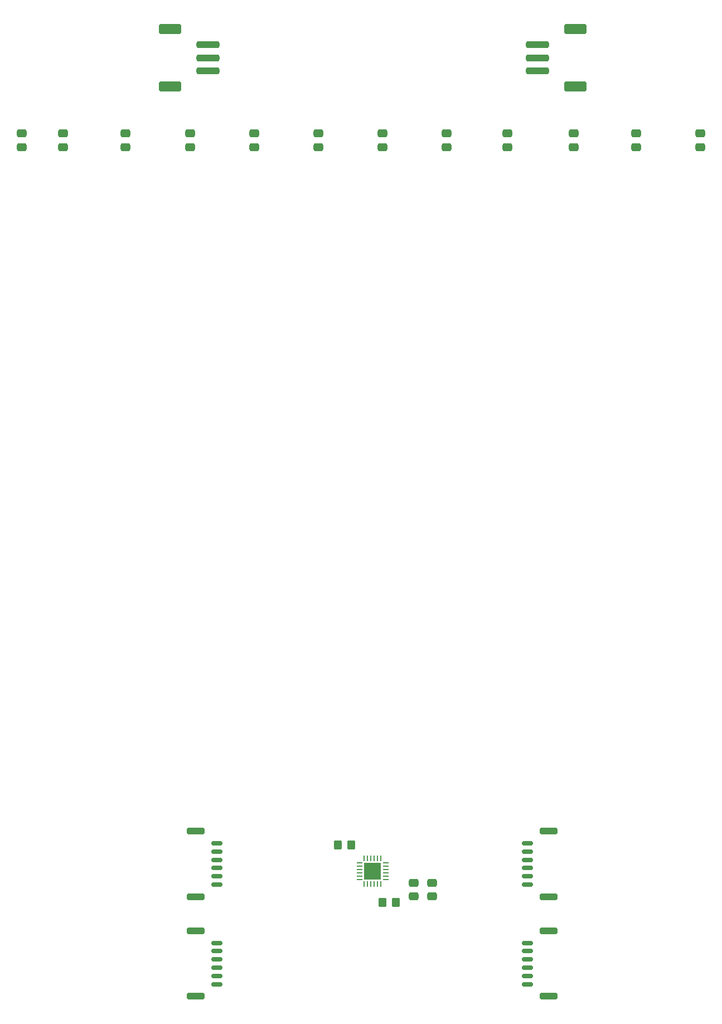
<source format=gbp>
G04 #@! TF.GenerationSoftware,KiCad,Pcbnew,9.0.2*
G04 #@! TF.CreationDate,2025-05-26T23:57:56-05:00*
G04 #@! TF.ProjectId,touch-pads,746f7563-682d-4706-9164-732e6b696361,rev?*
G04 #@! TF.SameCoordinates,Original*
G04 #@! TF.FileFunction,Paste,Bot*
G04 #@! TF.FilePolarity,Positive*
%FSLAX46Y46*%
G04 Gerber Fmt 4.6, Leading zero omitted, Abs format (unit mm)*
G04 Created by KiCad (PCBNEW 9.0.2) date 2025-05-26 23:57:56*
%MOMM*%
%LPD*%
G01*
G04 APERTURE LIST*
G04 Aperture macros list*
%AMRoundRect*
0 Rectangle with rounded corners*
0 $1 Rounding radius*
0 $2 $3 $4 $5 $6 $7 $8 $9 X,Y pos of 4 corners*
0 Add a 4 corners polygon primitive as box body*
4,1,4,$2,$3,$4,$5,$6,$7,$8,$9,$2,$3,0*
0 Add four circle primitives for the rounded corners*
1,1,$1+$1,$2,$3*
1,1,$1+$1,$4,$5*
1,1,$1+$1,$6,$7*
1,1,$1+$1,$8,$9*
0 Add four rect primitives between the rounded corners*
20,1,$1+$1,$2,$3,$4,$5,0*
20,1,$1+$1,$4,$5,$6,$7,0*
20,1,$1+$1,$6,$7,$8,$9,0*
20,1,$1+$1,$8,$9,$2,$3,0*%
G04 Aperture macros list end*
%ADD10C,0.000000*%
%ADD11RoundRect,0.250000X0.350000X0.450000X-0.350000X0.450000X-0.350000X-0.450000X0.350000X-0.450000X0*%
%ADD12RoundRect,0.250000X0.475000X-0.337500X0.475000X0.337500X-0.475000X0.337500X-0.475000X-0.337500X0*%
%ADD13R,0.254000X0.812800*%
%ADD14R,0.812800X0.254000*%
%ADD15R,2.590800X2.590800*%
%ADD16RoundRect,0.250000X-1.500000X0.250000X-1.500000X-0.250000X1.500000X-0.250000X1.500000X0.250000X0*%
%ADD17RoundRect,0.250001X-1.449999X0.499999X-1.449999X-0.499999X1.449999X-0.499999X1.449999X0.499999X0*%
%ADD18RoundRect,0.150000X-0.700000X0.150000X-0.700000X-0.150000X0.700000X-0.150000X0.700000X0.150000X0*%
%ADD19RoundRect,0.250000X-1.100000X0.250000X-1.100000X-0.250000X1.100000X-0.250000X1.100000X0.250000X0*%
%ADD20RoundRect,0.250000X-0.475000X0.337500X-0.475000X-0.337500X0.475000X-0.337500X0.475000X0.337500X0*%
%ADD21RoundRect,0.250000X1.500000X-0.250000X1.500000X0.250000X-1.500000X0.250000X-1.500000X-0.250000X0*%
%ADD22RoundRect,0.250001X1.449999X-0.499999X1.449999X0.499999X-1.449999X0.499999X-1.449999X-0.499999X0*%
%ADD23RoundRect,0.150000X0.700000X-0.150000X0.700000X0.150000X-0.700000X0.150000X-0.700000X-0.150000X0*%
%ADD24RoundRect,0.250000X1.100000X-0.250000X1.100000X0.250000X-1.100000X0.250000X-1.100000X-0.250000X0*%
G04 APERTURE END LIST*
D10*
G36*
X264445400Y-242195400D02*
G01*
X263350000Y-242195400D01*
X263350000Y-241100000D01*
X264445400Y-241100000D01*
X264445400Y-242195400D01*
G37*
G36*
X263150000Y-242195400D02*
G01*
X262054600Y-242195400D01*
X262054600Y-241100000D01*
X263150000Y-241100000D01*
X263150000Y-242195400D01*
G37*
G36*
X264445400Y-240900000D02*
G01*
X263350000Y-240900000D01*
X263350000Y-239804600D01*
X264445400Y-239804600D01*
X264445400Y-240900000D01*
G37*
G36*
X263150000Y-240900000D02*
G01*
X262054600Y-240900000D01*
X262054600Y-239804600D01*
X263150000Y-239804600D01*
X263150000Y-240900000D01*
G37*
D11*
X266750000Y-245750000D03*
X264750000Y-245750000D03*
D12*
X313000000Y-131075000D03*
X313000000Y-129000000D03*
X235500000Y-131075000D03*
X235500000Y-129000000D03*
X210000000Y-131075000D03*
X210000000Y-129000000D03*
D11*
X260000000Y-237000000D03*
X258000000Y-237000000D03*
D12*
X225750000Y-131075000D03*
X225750000Y-129000000D03*
D13*
X264520000Y-242968500D03*
X264012000Y-242968500D03*
X263504000Y-242968500D03*
X262996000Y-242968500D03*
X262488000Y-242968500D03*
X261980000Y-242968500D03*
D14*
X261281500Y-242270000D03*
X261281500Y-241762000D03*
X261281500Y-241254000D03*
X261281500Y-240746000D03*
X261281500Y-240238000D03*
X261281500Y-239730000D03*
D13*
X261980000Y-239031500D03*
X262488000Y-239031500D03*
X262996000Y-239031500D03*
X263504000Y-239031500D03*
X264012000Y-239031500D03*
X264520000Y-239031500D03*
D14*
X265218500Y-239730000D03*
X265218500Y-240238000D03*
X265218500Y-240746000D03*
X265218500Y-241254000D03*
X265218500Y-241762000D03*
X265218500Y-242270000D03*
D15*
X263250000Y-241000000D03*
D16*
X288250000Y-115500000D03*
X288250000Y-117500000D03*
X288250000Y-119500000D03*
D17*
X294000000Y-113150000D03*
X294000000Y-121850000D03*
D12*
X264750000Y-131075000D03*
X264750000Y-129000000D03*
D18*
X286750000Y-251875000D03*
X286750000Y-253125000D03*
X286750000Y-254375000D03*
X286750000Y-255625000D03*
X286750000Y-256875000D03*
X286750000Y-258125000D03*
D19*
X289950000Y-250025000D03*
X289950000Y-259975000D03*
D12*
X274500000Y-131075000D03*
X274500000Y-129000000D03*
D20*
X272250000Y-242750000D03*
X272250000Y-244825000D03*
D12*
X255000000Y-131075000D03*
X255000000Y-129000000D03*
X283750000Y-131075000D03*
X283750000Y-129000000D03*
X293750000Y-131075000D03*
X293750000Y-129000000D03*
X216250000Y-131075000D03*
X216250000Y-129000000D03*
D20*
X269500000Y-242750000D03*
X269500000Y-244825000D03*
D12*
X245250000Y-131075000D03*
X245250000Y-129000000D03*
D21*
X238250000Y-119500000D03*
X238250000Y-117500000D03*
X238250000Y-115500000D03*
D22*
X232500000Y-121850000D03*
X232500000Y-113150000D03*
D18*
X286750000Y-236750000D03*
X286750000Y-238000000D03*
X286750000Y-239250000D03*
X286750000Y-240500000D03*
X286750000Y-241750000D03*
X286750000Y-243000000D03*
D19*
X289950000Y-234900000D03*
X289950000Y-244850000D03*
D23*
X239600000Y-258125000D03*
X239600000Y-256875000D03*
X239600000Y-255625000D03*
X239600000Y-254375000D03*
X239600000Y-253125000D03*
X239600000Y-251875000D03*
D24*
X236400000Y-259975000D03*
X236400000Y-250025000D03*
D12*
X303250000Y-131075000D03*
X303250000Y-129000000D03*
D23*
X239600000Y-243000000D03*
X239600000Y-241750000D03*
X239600000Y-240500000D03*
X239600000Y-239250000D03*
X239600000Y-238000000D03*
X239600000Y-236750000D03*
D24*
X236400000Y-244850000D03*
X236400000Y-234900000D03*
M02*

</source>
